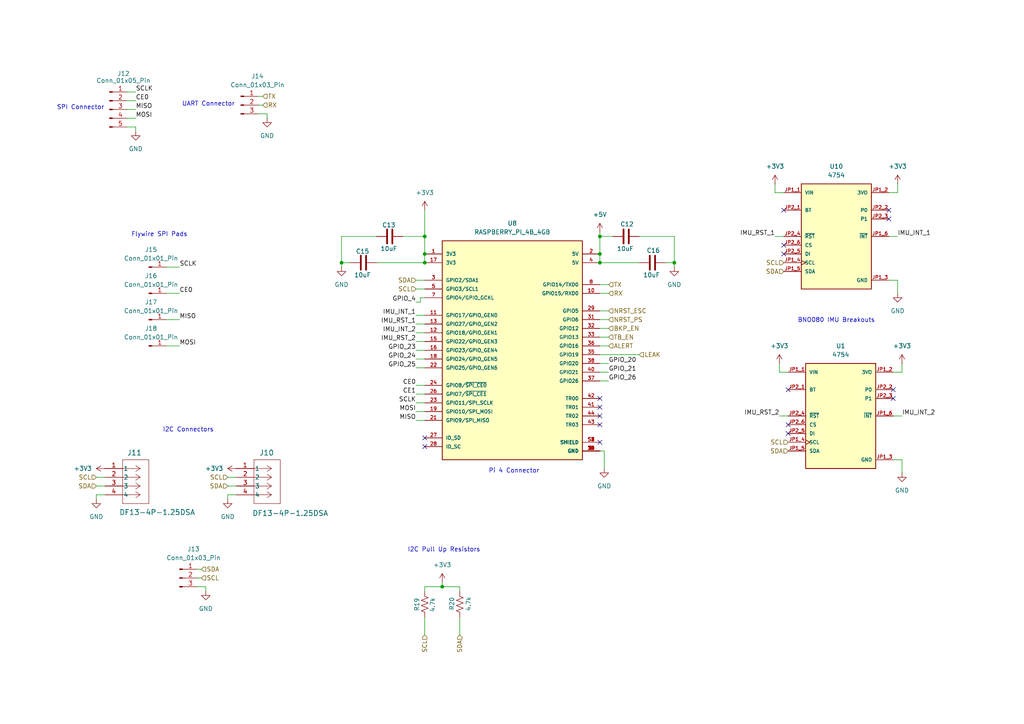
<source format=kicad_sch>
(kicad_sch (version 20231120) (generator "eeschema") (generator_version "8.0")
  (paper "A4")
  (lib_symbols
    (symbol "4754:4754" (pin_names (offset 1.016))
      (property "Reference" "U" (at -10.16 16.002 0))
      (property "Value" "4754" (at -10.16 -17.78 0))
      (symbol "4754_0_0"
        (rectangle (start -10.16 -15.24) (end 10.16 15.24) (stroke (width 0.254)) (fill (type background)))
        (pin input line (at -15.24 12.7 0) (length 5.08) (name "VIN") (number "JP1_1"))
        (pin output line (at 15.24 12.7 180) (length 5.08) (name "3VO") (number "JP1_2"))
        (pin power_in line (at 15.24 -12.7 180) (length 5.08) (name "GND") (number "JP1_3"))
        (pin bidirectional clock (at -15.24 -7.62 0) (length 5.08) (name "SCL") (number "JP1_4"))
        (pin bidirectional line (at -15.24 -10.16 0) (length 5.08) (name "SDA") (number "JP1_5"))
        (pin output line (at 15.24 0 180) (length 5.08) (name "~{INT}") (number "JP1_6"))
        (pin input line (at -15.24 7.62 0) (length 5.08) (name "BT") (number "JP2_1"))
        (pin bidirectional line (at 15.24 7.62 180) (length 5.08) (name "P0") (number "JP2_2"))
        (pin bidirectional line (at 15.24 5.08 180) (length 5.08) (name "P1") (number "JP2_3"))
        (pin input line (at -15.24 0 0) (length 5.08) (name "~{RST}") (number "JP2_4"))
        (pin input line (at -15.24 -5.08 0) (length 5.08) (name "DI") (number "JP2_5"))
        (pin input line (at -15.24 -2.54 0) (length 5.08) (name "CS") (number "JP2_6"))
      )
    )
    (symbol "Connector:Conn_01x01_Pin" (pin_names (offset 1.016) hide)
      (property "Reference" "J" (at 0 2.54 0))
      (property "Value" "Conn_01x01_Pin" (at 0 -2.54 0))
      (symbol "Conn_01x01_Pin_1_1"
        (polyline (pts (xy 1.27 0) (xy 0.8636 0)) (stroke (width 0.1524)))
        (rectangle (start 0.8636 0.127) (end 0 -0.127) (stroke (width 0.1524)) (fill (type outline)))
        (pin passive line (at 5.08 0 180) (length 3.81) (name "Pin_1") (number "1"))
      )
    )
    (symbol "Connector:Conn_01x03_Pin" (pin_names (offset 1.016) hide)
      (property "Reference" "J" (at 0 5.08 0))
      (property "Value" "Conn_01x03_Pin" (at 0 -5.08 0))
      (symbol "Conn_01x03_Pin_1_1"
        (polyline (pts (xy 1.27 -2.54) (xy 0.8636 -2.54)) (stroke (width 0.1524)))
        (polyline (pts (xy 1.27 0) (xy 0.8636 0)) (stroke (width 0.1524)))
        (polyline (pts (xy 1.27 2.54) (xy 0.8636 2.54)) (stroke (width 0.1524)))
        (rectangle (start 0.8636 -2.413) (end 0 -2.667) (stroke (width 0.1524)) (fill (type outline)))
        (rectangle (start 0.8636 0.127) (end 0 -0.127) (stroke (width 0.1524)) (fill (type outline)))
        (rectangle (start 0.8636 2.667) (end 0 2.413) (stroke (width 0.1524)) (fill (type outline)))
        (pin passive line (at 5.08 2.54 180) (length 3.81) (name "Pin_1") (number "1"))
        (pin passive line (at 5.08 0 180) (length 3.81) (name "Pin_2") (number "2"))
        (pin passive line (at 5.08 -2.54 180) (length 3.81) (name "Pin_3") (number "3"))
      )
    )
    (symbol "Connector:Conn_01x05_Pin" (pin_names (offset 1.016) hide)
      (property "Reference" "J" (at 0 7.62 0))
      (property "Value" "Conn_01x05_Pin" (at 0 -7.62 0))
      (symbol "Conn_01x05_Pin_1_1"
        (polyline (pts (xy 1.27 -5.08) (xy 0.8636 -5.08)) (stroke (width 0.1524)))
        (polyline (pts (xy 1.27 -2.54) (xy 0.8636 -2.54)) (stroke (width 0.1524)))
        (polyline (pts (xy 1.27 0) (xy 0.8636 0)) (stroke (width 0.1524)))
        (polyline (pts (xy 1.27 2.54) (xy 0.8636 2.54)) (stroke (width 0.1524)))
        (polyline (pts (xy 1.27 5.08) (xy 0.8636 5.08)) (stroke (width 0.1524)))
        (rectangle (start 0.8636 -4.953) (end 0 -5.207) (stroke (width 0.1524)) (fill (type outline)))
        (rectangle (start 0.8636 -2.413) (end 0 -2.667) (stroke (width 0.1524)) (fill (type outline)))
        (rectangle (start 0.8636 0.127) (end 0 -0.127) (stroke (width 0.1524)) (fill (type outline)))
        (rectangle (start 0.8636 2.667) (end 0 2.413) (stroke (width 0.1524)) (fill (type outline)))
        (rectangle (start 0.8636 5.207) (end 0 4.953) (stroke (width 0.1524)) (fill (type outline)))
        (pin passive line (at 5.08 5.08 180) (length 3.81) (name "Pin_1") (number "1"))
        (pin passive line (at 5.08 2.54 180) (length 3.81) (name "Pin_2") (number "2"))
        (pin passive line (at 5.08 0 180) (length 3.81) (name "Pin_3") (number "3"))
        (pin passive line (at 5.08 -2.54 180) (length 3.81) (name "Pin_4") (number "4"))
        (pin passive line (at 5.08 -5.08 180) (length 3.81) (name "Pin_5") (number "5"))
      )
    )
    (symbol "DF13_4P_1_25DSA:DF13-4P-1.25DSA" (pin_names (offset 0.254))
      (property "Reference" "J" (at 8.89 6.35 0))
      (property "Value" "DF13-4P-1.25DSA" (at 0 0 0))
      (symbol "DF13-4P-1.25DSA_0_1"
        (polyline (pts (xy 5.08 -10.16) (xy 12.7 -10.16)) (stroke (width 0.127)))
        (polyline (pts (xy 5.08 2.54) (xy 5.08 -10.16)) (stroke (width 0.127)))
        (polyline (pts (xy 10.16 -7.62) (xy 5.08 -7.62)) (stroke (width 0.127)))
        (polyline (pts (xy 10.16 -7.62) (xy 8.89 -8.4667)) (stroke (width 0.127)))
        (polyline (pts (xy 10.16 -7.62) (xy 8.89 -6.7733)) (stroke (width 0.127)))
        (polyline (pts (xy 10.16 -5.08) (xy 5.08 -5.08)) (stroke (width 0.127)))
        (polyline (pts (xy 10.16 -5.08) (xy 8.89 -5.9267)) (stroke (width 0.127)))
        (polyline (pts (xy 10.16 -5.08) (xy 8.89 -4.2333)) (stroke (width 0.127)))
        (polyline (pts (xy 10.16 -2.54) (xy 5.08 -2.54)) (stroke (width 0.127)))
        (polyline (pts (xy 10.16 -2.54) (xy 8.89 -3.3867)) (stroke (width 0.127)))
        (polyline (pts (xy 10.16 -2.54) (xy 8.89 -1.6933)) (stroke (width 0.127)))
        (polyline (pts (xy 10.16 0) (xy 5.08 0)) (stroke (width 0.127)))
        (polyline (pts (xy 10.16 0) (xy 8.89 -0.8467)) (stroke (width 0.127)))
        (polyline (pts (xy 10.16 0) (xy 8.89 0.8467)) (stroke (width 0.127)))
        (polyline (pts (xy 12.7 -10.16) (xy 12.7 2.54)) (stroke (width 0.127)))
        (polyline (pts (xy 12.7 2.54) (xy 5.08 2.54)) (stroke (width 0.127)))
        (pin unspecified line (at 0 0 0) (length 5.08) (name "1") (number "1"))
        (pin unspecified line (at 0 -2.54 0) (length 5.08) (name "2") (number "2"))
        (pin unspecified line (at 0 -5.08 0) (length 5.08) (name "3") (number "3"))
        (pin unspecified line (at 0 -7.62 0) (length 5.08) (name "4") (number "4"))
      )
    )
    (symbol "Device:C" (pin_numbers hide) (pin_names (offset 0.254))
      (property "Reference" "C" (at 0.635 2.54 0))
      (property "Value" "C" (at 0.635 -2.54 0))
      (symbol "C_0_1"
        (polyline (pts (xy -2.032 -0.762) (xy 2.032 -0.762)) (stroke (width 0.508)))
        (polyline (pts (xy -2.032 0.762) (xy 2.032 0.762)) (stroke (width 0.508)))
      )
      (symbol "C_1_1"
        (pin passive line (at 0 3.81 270) (length 2.794) (name "~") (number "1"))
        (pin passive line (at 0 -3.81 90) (length 2.794) (name "~") (number "2"))
      )
    )
    (symbol "Device:R_US" (pin_numbers hide) (pin_names (offset 0))
      (property "Reference" "R" (at 2.54 0 90))
      (property "Value" "R_US" (at -2.54 0 90))
      (symbol "R_US_0_1"
        (polyline (pts (xy 0 -2.286) (xy 0 -2.54)))
        (polyline (pts (xy 0 2.286) (xy 0 2.54)))
        (polyline (pts (xy 0 -0.762) (xy 1.016 -1.143) (xy 0 -1.524) (xy -1.016 -1.905) (xy 0 -2.286)))
        (polyline (pts (xy 0 0.762) (xy 1.016 0.381) (xy 0 0) (xy -1.016 -0.381) (xy 0 -0.762)))
        (polyline (pts (xy 0 2.286) (xy 1.016 1.905) (xy 0 1.524) (xy -1.016 1.143) (xy 0 0.762)))
      )
      (symbol "R_US_1_1"
        (pin passive line (at 0 3.81 270) (length 1.27) (name "~") (number "1"))
        (pin passive line (at 0 -3.81 90) (length 1.27) (name "~") (number "2"))
      )
    )
    (symbol "RASPBERRY_PI_4B_4GB:RASPBERRY_PI_4B_4GB" (pin_names (offset 1.016))
      (property "Reference" "U" (at -20.32 33.528 0))
      (property "Value" "RASPBERRY_PI_4B_4GB" (at -20.32 -33.02 0))
      (symbol "RASPBERRY_PI_4B_4GB_0_0"
        (rectangle (start -20.32 33.02) (end 20.32 -30.48) (stroke (width 0.254)) (fill (type background)))
        (pin power_in line (at -25.4 29.21 0) (length 5.08) (name "3V3") (number "1"))
        (pin bidirectional line (at 25.4 17.78 180) (length 5.08) (name "GPIO15/RXD0") (number "10"))
        (pin bidirectional line (at -25.4 11.43 0) (length 5.08) (name "GPIO17/GPIO_GEN0") (number "11"))
        (pin bidirectional line (at -25.4 6.35 0) (length 5.08) (name "GPIO18/GPIO_GEN1") (number "12"))
        (pin bidirectional line (at -25.4 8.89 0) (length 5.08) (name "GPIO27/GPIO_GEN2") (number "13"))
        (pin power_in line (at 25.4 -27.94 180) (length 5.08) (name "GND") (number "14"))
        (pin bidirectional line (at -25.4 3.81 0) (length 5.08) (name "GPIO22/GPIO_GEN3") (number "15"))
        (pin bidirectional line (at -25.4 1.27 0) (length 5.08) (name "GPIO23/GPIO_GEN4") (number "16"))
        (pin power_in line (at -25.4 26.67 0) (length 5.08) (name "3V3") (number "17"))
        (pin bidirectional line (at -25.4 -1.27 0) (length 5.08) (name "GPIO24/GPIO_GEN5") (number "18"))
        (pin bidirectional line (at -25.4 -16.51 0) (length 5.08) (name "GPIO10/SPI_MOSI") (number "19"))
        (pin power_in line (at 25.4 29.21 180) (length 5.08) (name "5V") (number "2"))
        (pin power_in line (at 25.4 -27.94 180) (length 5.08) (name "GND") (number "20"))
        (pin bidirectional line (at -25.4 -19.05 0) (length 5.08) (name "GPIO9/SPI_MISO") (number "21"))
        (pin bidirectional line (at -25.4 -3.81 0) (length 5.08) (name "GPIO25/GPIO_GEN6") (number "22"))
        (pin bidirectional line (at -25.4 -13.97 0) (length 5.08) (name "GPIO11/SPI_SCLK") (number "23"))
        (pin bidirectional line (at -25.4 -8.89 0) (length 5.08) (name "GPIO8/~{SPI_CE0}") (number "24"))
        (pin power_in line (at 25.4 -27.94 180) (length 5.08) (name "GND") (number "25"))
        (pin bidirectional line (at -25.4 -11.43 0) (length 5.08) (name "GPIO7/~{SPI_CE1}") (number "26"))
        (pin bidirectional line (at -25.4 -24.13 0) (length 5.08) (name "ID_SD") (number "27"))
        (pin bidirectional line (at -25.4 -26.67 0) (length 5.08) (name "ID_SC") (number "28"))
        (pin bidirectional line (at 25.4 12.7 180) (length 5.08) (name "GPIO5") (number "29"))
        (pin bidirectional line (at -25.4 21.59 0) (length 5.08) (name "GPIO2/SDA1") (number "3"))
        (pin power_in line (at 25.4 -27.94 180) (length 5.08) (name "GND") (number "30"))
        (pin bidirectional line (at 25.4 10.16 180) (length 5.08) (name "GPIO6") (number "31"))
        (pin bidirectional line (at 25.4 7.62 180) (length 5.08) (name "GPIO12") (number "32"))
        (pin bidirectional line (at 25.4 5.08 180) (length 5.08) (name "GPIO13") (number "33"))
        (pin power_in line (at 25.4 -27.94 180) (length 5.08) (name "GND") (number "34"))
        (pin bidirectional line (at 25.4 0 180) (length 5.08) (name "GPIO19") (number "35"))
        (pin bidirectional line (at 25.4 2.54 180) (length 5.08) (name "GPIO16") (number "36"))
        (pin bidirectional line (at 25.4 -7.62 180) (length 5.08) (name "GPIO26") (number "37"))
        (pin bidirectional line (at 25.4 -2.54 180) (length 5.08) (name "GPIO20") (number "38"))
        (pin power_in line (at 25.4 -27.94 180) (length 5.08) (name "GND") (number "39"))
        (pin power_in line (at 25.4 26.67 180) (length 5.08) (name "5V") (number "4"))
        (pin bidirectional line (at 25.4 -5.08 180) (length 5.08) (name "GPIO21") (number "40"))
        (pin bidirectional line (at 25.4 -15.24 180) (length 5.08) (name "TR01") (number "41"))
        (pin bidirectional line (at 25.4 -12.7 180) (length 5.08) (name "TR00") (number "42"))
        (pin bidirectional line (at 25.4 -20.32 180) (length 5.08) (name "TR03") (number "43"))
        (pin bidirectional line (at 25.4 -17.78 180) (length 5.08) (name "TR02") (number "44"))
        (pin bidirectional line (at -25.4 19.05 0) (length 5.08) (name "GPIO3/SCL1") (number "5"))
        (pin power_in line (at 25.4 -27.94 180) (length 5.08) (name "GND") (number "6"))
        (pin bidirectional line (at -25.4 16.51 0) (length 5.08) (name "GPIO4/GPIO_GCKL") (number "7"))
        (pin bidirectional line (at 25.4 20.32 180) (length 5.08) (name "GPIO14/TXD0") (number "8"))
        (pin power_in line (at 25.4 -27.94 180) (length 5.08) (name "GND") (number "9"))
        (pin power_in line (at 25.4 -25.4 180) (length 5.08) (name "SHIELD") (number "S1"))
        (pin power_in line (at 25.4 -25.4 180) (length 5.08) (name "SHIELD") (number "S2"))
        (pin power_in line (at 25.4 -25.4 180) (length 5.08) (name "SHIELD") (number "S3"))
        (pin power_in line (at 25.4 -25.4 180) (length 5.08) (name "SHIELD") (number "S4"))
      )
    )
    (symbol "power:+3V3" (power) (pin_numbers hide) (pin_names (offset 0) hide)
      (property "Value" "+3V3" (at 0 3.556 0))
      (symbol "+3V3_0_1"
        (polyline (pts (xy -0.762 1.27) (xy 0 2.54)))
        (polyline (pts (xy 0 0) (xy 0 2.54)))
        (polyline (pts (xy 0 2.54) (xy 0.762 1.27)))
      )
      (symbol "+3V3_1_1"
        (pin power_in line (at 0 0 90) (length 0) (name "~") (number "1"))
      )
    )
    (symbol "power:+5V" (power) (pin_numbers hide) (pin_names (offset 0) hide)
      (property "Value" "+5V" (at 0 3.556 0))
      (symbol "+5V_0_1"
        (polyline (pts (xy -0.762 1.27) (xy 0 2.54)))
        (polyline (pts (xy 0 0) (xy 0 2.54)))
        (polyline (pts (xy 0 2.54) (xy 0.762 1.27)))
      )
      (symbol "+5V_1_1"
        (pin power_in line (at 0 0 90) (length 0) (name "~") (number "1"))
      )
    )
    (symbol "power:GND" (power) (pin_numbers hide) (pin_names (offset 0) hide)
      (property "Value" "GND" (at 0 -3.81 0))
      (symbol "GND_0_1"
        (polyline (pts (xy 0 0) (xy 0 -1.27) (xy 1.27 -1.27) (xy 0 -2.54) (xy -1.27 -1.27) (xy 0 -1.27)))
      )
      (symbol "GND_1_1"
        (pin power_in line (at 0 0 270) (length 0) (name "~") (number "1"))
      )
    )
  )
  (junction (at 128.27 170.18))
  (junction (at 123.19 73.66))
  (junction (at 173.99 73.66))
  (junction (at 173.99 68.58))
  (junction (at 123.19 68.58))
  (junction (at 99.06 76.2))
  (junction (at 195.58 76.2))
  (junction (at 123.19 76.2))
  (junction (at 173.99 76.2))
  (no_connect (at 173.99 120.65))
  (no_connect (at 173.99 123.19))
  (no_connect (at 257.81 63.5))
  (no_connect (at 173.99 128.27))
  (no_connect (at 227.33 73.66))
  (no_connect (at 173.99 118.11))
  (no_connect (at 123.19 129.54))
  (no_connect (at 228.6 123.19))
  (no_connect (at 259.08 113.03))
  (no_connect (at 173.99 115.57))
  (no_connect (at 227.33 71.12))
  (no_connect (at 123.19 127))
  (no_connect (at 228.6 113.03))
  (no_connect (at 257.81 60.96))
  (no_connect (at 227.33 60.96))
  (no_connect (at 228.6 125.73))
  (no_connect (at 259.08 115.57))
  (wire (pts (xy 185.42 68.58) (xy 195.58 68.58)))
  (wire (pts (xy 120.65 101.6) (xy 123.19 101.6)))
  (wire (pts (xy 27.94 140.97) (xy 30.48 140.97)))
  (wire (pts (xy 133.35 170.18) (xy 133.35 171.45)))
  (wire (pts (xy 173.99 95.25) (xy 176.53 95.25)))
  (wire (pts (xy 260.35 81.28) (xy 260.35 85.09)))
  (wire (pts (xy 185.42 102.87) (xy 173.99 102.87)))
  (wire (pts (xy 261.62 107.95) (xy 259.08 107.95)))
  (wire (pts (xy 109.22 76.2) (xy 123.19 76.2)))
  (wire (pts (xy 121.92 87.63) (xy 121.92 86.36)))
  (wire (pts (xy 116.84 68.58) (xy 123.19 68.58)))
  (wire (pts (xy 176.53 107.95) (xy 173.99 107.95)))
  (wire (pts (xy 120.65 114.3) (xy 123.19 114.3)))
  (wire (pts (xy 133.35 179.07) (xy 133.35 184.15)))
  (wire (pts (xy 173.99 97.79) (xy 176.53 97.79)))
  (wire (pts (xy 36.83 31.75) (xy 39.37 31.75)))
  (wire (pts (xy 128.27 168.91) (xy 128.27 170.18)))
  (wire (pts (xy 261.62 133.35) (xy 261.62 137.16)))
  (wire (pts (xy 257.81 68.58) (xy 260.35 68.58)))
  (wire (pts (xy 173.99 67.31) (xy 173.99 68.58)))
  (wire (pts (xy 176.53 110.49) (xy 173.99 110.49)))
  (wire (pts (xy 176.53 82.55) (xy 173.99 82.55)))
  (wire (pts (xy 99.06 68.58) (xy 109.22 68.58)))
  (wire (pts (xy 120.65 91.44) (xy 123.19 91.44)))
  (wire (pts (xy 120.65 121.92) (xy 123.19 121.92)))
  (wire (pts (xy 123.19 170.18) (xy 128.27 170.18)))
  (wire (pts (xy 224.79 68.58) (xy 227.33 68.58)))
  (wire (pts (xy 226.06 107.95) (xy 228.6 107.95)))
  (wire (pts (xy 123.19 170.18) (xy 123.19 171.45)))
  (wire (pts (xy 120.65 111.76) (xy 123.19 111.76)))
  (wire (pts (xy 74.93 27.94) (xy 76.2 27.94)))
  (wire (pts (xy 48.26 92.71) (xy 52.07 92.71)))
  (wire (pts (xy 120.65 99.06) (xy 123.19 99.06)))
  (wire (pts (xy 120.65 119.38) (xy 123.19 119.38)))
  (wire (pts (xy 173.99 85.09) (xy 176.53 85.09)))
  (wire (pts (xy 120.65 96.52) (xy 123.19 96.52)))
  (wire (pts (xy 59.69 170.18) (xy 59.69 171.45)))
  (wire (pts (xy 193.04 76.2) (xy 195.58 76.2)))
  (wire (pts (xy 226.06 120.65) (xy 228.6 120.65)))
  (wire (pts (xy 123.19 68.58) (xy 123.19 73.66)))
  (wire (pts (xy 257.81 81.28) (xy 260.35 81.28)))
  (wire (pts (xy 58.42 165.1) (xy 57.15 165.1)))
  (wire (pts (xy 120.65 93.98) (xy 123.19 93.98)))
  (wire (pts (xy 101.6 76.2) (xy 99.06 76.2)))
  (wire (pts (xy 123.19 60.96) (xy 123.19 68.58)))
  (wire (pts (xy 66.04 143.51) (xy 68.58 143.51)))
  (wire (pts (xy 259.08 120.65) (xy 261.62 120.65)))
  (wire (pts (xy 195.58 76.2) (xy 195.58 77.47)))
  (wire (pts (xy 99.06 68.58) (xy 99.06 76.2)))
  (wire (pts (xy 173.99 73.66) (xy 173.99 76.2)))
  (wire (pts (xy 27.94 143.51) (xy 30.48 143.51)))
  (wire (pts (xy 173.99 92.71) (xy 176.53 92.71)))
  (wire (pts (xy 175.26 130.81) (xy 175.26 135.89)))
  (wire (pts (xy 176.53 100.33) (xy 173.99 100.33)))
  (wire (pts (xy 121.92 86.36) (xy 123.19 86.36)))
  (wire (pts (xy 224.79 53.34) (xy 224.79 55.88)))
  (wire (pts (xy 260.35 53.34) (xy 260.35 55.88)))
  (wire (pts (xy 123.19 73.66) (xy 123.19 76.2)))
  (wire (pts (xy 99.06 76.2) (xy 99.06 77.47)))
  (wire (pts (xy 48.26 85.09) (xy 52.07 85.09)))
  (wire (pts (xy 66.04 140.97) (xy 68.58 140.97)))
  (wire (pts (xy 259.08 133.35) (xy 261.62 133.35)))
  (wire (pts (xy 36.83 29.21) (xy 39.37 29.21)))
  (wire (pts (xy 128.27 170.18) (xy 133.35 170.18)))
  (wire (pts (xy 260.35 55.88) (xy 257.81 55.88)))
  (wire (pts (xy 48.26 100.33) (xy 52.07 100.33)))
  (wire (pts (xy 48.26 77.47) (xy 52.07 77.47)))
  (wire (pts (xy 57.15 170.18) (xy 59.69 170.18)))
  (wire (pts (xy 195.58 68.58) (xy 195.58 76.2)))
  (wire (pts (xy 261.62 105.41) (xy 261.62 107.95)))
  (wire (pts (xy 173.99 130.81) (xy 175.26 130.81)))
  (wire (pts (xy 120.65 104.14) (xy 123.19 104.14)))
  (wire (pts (xy 74.93 33.02) (xy 77.47 33.02)))
  (wire (pts (xy 224.79 55.88) (xy 227.33 55.88)))
  (wire (pts (xy 173.99 90.17) (xy 176.53 90.17)))
  (wire (pts (xy 176.53 105.41) (xy 173.99 105.41)))
  (wire (pts (xy 27.94 138.43) (xy 30.48 138.43)))
  (wire (pts (xy 173.99 68.58) (xy 177.8 68.58)))
  (wire (pts (xy 173.99 76.2) (xy 185.42 76.2)))
  (wire (pts (xy 226.06 105.41) (xy 226.06 107.95)))
  (wire (pts (xy 74.93 30.48) (xy 76.2 30.48)))
  (wire (pts (xy 120.65 87.63) (xy 121.92 87.63)))
  (wire (pts (xy 120.65 106.68) (xy 123.19 106.68)))
  (wire (pts (xy 120.65 116.84) (xy 123.19 116.84)))
  (wire (pts (xy 36.83 26.67) (xy 39.37 26.67)))
  (wire (pts (xy 66.04 138.43) (xy 68.58 138.43)))
  (wire (pts (xy 120.65 81.28) (xy 123.19 81.28)))
  (wire (pts (xy 66.04 143.51) (xy 66.04 144.78)))
  (wire (pts (xy 123.19 179.07) (xy 123.19 184.15)))
  (wire (pts (xy 58.42 167.64) (xy 57.15 167.64)))
  (wire (pts (xy 120.65 83.82) (xy 123.19 83.82)))
  (wire (pts (xy 39.37 36.83) (xy 39.37 38.1)))
  (wire (pts (xy 36.83 36.83) (xy 39.37 36.83)))
  (wire (pts (xy 36.83 34.29) (xy 39.37 34.29)))
  (wire (pts (xy 173.99 68.58) (xy 173.99 73.66)))
  (wire (pts (xy 27.94 143.51) (xy 27.94 144.78)))
  (wire (pts (xy 77.47 33.02) (xy 77.47 34.29)))
  (text "BNO080 IMU Breakouts\n" (at 242.57 92.964 0) (effects (font (size 1.27 1.27))))
  (text "I2C Connectors" (at 54.61 124.714 0) (effects (font (size 1.27 1.27))))
  (text "SPI Connector" (at 23.368 31.242 0) (effects (font (size 1.27 1.27))))
  (text "I2C Pull Up Resistors" (at 128.778 159.512 0) (effects (font (size 1.27 1.27))))
  (text "Flywire SPI Pads" (at 46.228 68.072 0) (effects (font (size 1.27 1.27))))
  (text "UART Connector" (at 60.452 30.226 0) (effects (font (size 1.27 1.27))))
  (text "Pi 4 Connector" (at 149.098 136.652 0) (effects (font (size 1.27 1.27))))
  (label "IMU_INT_2" (at 261.62 120.65 0))
  (label "SCLK" (at 120.65 116.84 180))
  (label "IMU_INT_1" (at 120.65 91.44 180))
  (label "GPIO_23" (at 120.65 101.6 180))
  (label "IMU_INT_1" (at 260.35 68.58 0))
  (label "GPIO_21" (at 176.53 107.95 0))
  (label "MISO" (at 120.65 121.92 180))
  (label "GPIO_24" (at 120.65 104.14 180))
  (label "GPIO_4" (at 120.65 87.63 180))
  (label "MISO" (at 52.07 92.71 0))
  (label "CE0" (at 120.65 111.76 180))
  (label "SCLK" (at 39.37 26.67 0))
  (label "CE1" (at 120.65 114.3 180))
  (label "IMU_RST_1" (at 224.79 68.58 180))
  (label "IMU_INT_2" (at 120.65 96.52 180))
  (label "IMU_RST_2" (at 120.65 99.06 180))
  (label "GPIO_26" (at 176.53 110.49 0))
  (label "SCLK" (at 52.07 77.47 0))
  (label "GPIO_20" (at 176.53 105.41 0))
  (label "CE0" (at 52.07 85.09 0))
  (label "MISO" (at 39.37 31.75 0))
  (label "CE0" (at 39.37 29.21 0))
  (label "GPIO_25" (at 120.65 106.68 180))
  (label "MOSI" (at 120.65 119.38 180))
  (label "IMU_RST_1" (at 120.65 93.98 180))
  (label "MOSI" (at 52.07 100.33 0))
  (label "IMU_RST_2" (at 226.06 120.65 180))
  (label "MOSI" (at 39.37 34.29 0))
  (hierarchical_label "SDA" (shape input) (at 227.33 78.74 180))
  (hierarchical_label "SCL" (shape input) (at 120.65 83.82 180))
  (hierarchical_label "BKP_EN" (shape input) (at 176.53 95.25 0))
  (hierarchical_label "SCL" (shape input) (at 66.04 138.43 180))
  (hierarchical_label "SCL" (shape input) (at 27.94 138.43 180))
  (hierarchical_label "RX" (shape input) (at 76.2 30.48 0))
  (hierarchical_label "ALERT" (shape input) (at 176.53 100.33 0))
  (hierarchical_label "SCL" (shape input) (at 227.33 76.2 180))
  (hierarchical_label "SCL" (shape input) (at 58.42 167.64 0))
  (hierarchical_label "SDA" (shape input) (at 27.94 140.97 180))
  (hierarchical_label "LEAK" (shape input) (at 185.42 102.87 0))
  (hierarchical_label "SCL" (shape input) (at 123.19 184.15 270))
  (hierarchical_label "TX" (shape input) (at 176.53 82.55 0))
  (hierarchical_label "TX" (shape input) (at 76.2 27.94 0))
  (hierarchical_label "NRST_PS" (shape input) (at 176.53 92.71 0))
  (hierarchical_label "SDA" (shape input) (at 133.35 184.15 270))
  (hierarchical_label "NRST_ESC" (shape input) (at 176.53 90.17 0))
  (hierarchical_label "SDA" (shape input) (at 58.42 165.1 0))
  (hierarchical_label "SDA" (shape input) (at 120.65 81.28 180))
  (hierarchical_label "SDA" (shape input) (at 228.6 130.81 180))
  (hierarchical_label "SDA" (shape input) (at 66.04 140.97 180))
  (hierarchical_label "RX" (shape input) (at 176.53 85.09 0))
  (hierarchical_label "TB_EN" (shape input) (at 176.53 97.79 0))
  (hierarchical_label "SCL" (shape input) (at 228.6 128.27 180))
  (symbol (lib_id "power:GND") (at 175.26 135.89 0) (unit 1)
    (property "Reference" "#PWR013" (effects (hide yes)))
    (property "Value" "GND" (at 175.26 140.97 0))
    (property "Description" "Power symbol creates a global label with name \"GND\" , ground" (effects (hide yes)))
  )
  (symbol (lib_id "power:GND") (at 77.47 34.29 0) (unit 1)
    (property "Reference" "#PWR035" (effects (hide yes)))
    (property "Value" "GND" (at 77.47 39.37 0))
    (property "Description" "Power symbol creates a global label with name \"GND\" , ground" (effects (hide yes)))
  )
  (symbol (lib_id "DF13_4P_1_25DSA:DF13-4P-1.25DSA") (at 68.58 135.89 0) (unit 1)
    (property "Reference" "J10" (at 75.184 131.318 0) (effects (font (size 1.524 1.524)) (justify left)))
    (property "Value" "DF13-4P-1.25DSA" (at 73.152 148.844 0) (effects (font (size 1.524 1.524)) (justify left)))
    (property "Footprint" "CON4_1X4_U_DF13" (effects (hide yes)))
    (property "Datasheet" "DF13-4P-1.25DSA" (effects (hide yes)))
  )
  (symbol (lib_id "Device:C") (at 181.61 68.58 270) (mirror x) (unit 1)
    (property "Reference" "C12" (at 181.864 65.024 90))
    (property "Value" "10uF" (at 181.356 72.136 90))
    (property "Description" "Unpolarized capacitor" (effects (hide yes)))
  )
  (symbol (lib_id "Device:R_US") (at 133.35 175.26 0) (unit 1)
    (property "Reference" "R20" (at 131.064 177.038 90) (effects (justify left)))
    (property "Value" "4.7k" (at 135.89 177.292 90) (effects (justify left)))
    (property "Description" "Resistor, US symbol" (effects (hide yes)))
  )
  (symbol (lib_id "Connector:Conn_01x03_Pin") (at 69.85 30.48 0) (unit 1)
    (property "Reference" "J14" (at 74.676 22.098 0))
    (property "Value" "Conn_01x03_Pin" (at 74.676 24.638 0))
    (property "Description" "Generic connector, single row, 01x03, script generated" (effects (hide yes)))
  )
  (symbol (lib_id "Connector:Conn_01x01_Pin") (at 43.18 92.71 0) (unit 1)
    (property "Reference" "J17" (at 43.815 87.63 0))
    (property "Value" "Conn_01x01_Pin" (at 43.815 90.17 0))
    (property "Description" "Generic connector, single row, 01x01, script generated" (effects (hide yes)))
  )
  (symbol (lib_id "power:+3V3") (at 224.79 53.34 0) (unit 1)
    (property "Reference" "#PWR031" (effects (hide yes)))
    (property "Value" "+3V3" (at 224.79 48.26 0))
    (property "Description" "Power symbol creates a global label with name \"+3V3\"" (effects (hide yes)))
  )
  (symbol (lib_id "Device:C") (at 189.23 76.2 270) (mirror x) (unit 1)
    (property "Reference" "C16" (at 189.484 72.644 90))
    (property "Value" "10uF" (at 188.976 79.756 90))
    (property "Description" "Unpolarized capacitor" (effects (hide yes)))
  )
  (symbol (lib_id "power:+3V3") (at 68.58 135.89 90) (unit 1)
    (property "Reference" "#PWR023" (effects (hide yes)))
    (property "Value" "+3V3" (at 64.77 135.8899 90) (effects (justify left)))
    (property "Description" "Power symbol creates a global label with name \"+3V3\"" (effects (hide yes)))
  )
  (symbol (lib_id "power:+3V3") (at 30.48 135.89 90) (unit 1)
    (property "Reference" "#PWR029" (effects (hide yes)))
    (property "Value" "+3V3" (at 26.67 135.8899 90) (effects (justify left)))
    (property "Description" "Power symbol creates a global label with name \"+3V3\"" (effects (hide yes)))
  )
  (symbol (lib_id "Device:C") (at 113.03 68.58 270) (mirror x) (unit 1)
    (property "Reference" "C13" (at 112.776 65.278 90))
    (property "Value" "10uF" (at 112.776 72.136 90))
    (property "Description" "Unpolarized capacitor" (effects (hide yes)))
  )
  (symbol (lib_id "power:GND") (at 27.94 144.78 0) (unit 1)
    (property "Reference" "#PWR028" (effects (hide yes)))
    (property "Value" "GND" (at 27.94 149.86 0))
    (property "Description" "Power symbol creates a global label with name \"GND\" , ground" (effects (hide yes)))
  )
  (symbol (lib_id "Connector:Conn_01x01_Pin") (at 43.18 85.09 0) (unit 1)
    (property "Reference" "J16" (at 43.815 80.01 0))
    (property "Value" "Conn_01x01_Pin" (at 43.815 82.55 0))
    (property "Description" "Generic connector, single row, 01x01, script generated" (effects (hide yes)))
  )
  (symbol (lib_id "power:+3V3") (at 260.35 53.34 0) (unit 1)
    (property "Reference" "#PWR032" (effects (hide yes)))
    (property "Value" "+3V3" (at 260.35 48.26 0))
    (property "Description" "Power symbol creates a global label with name \"+3V3\"" (effects (hide yes)))
  )
  (symbol (lib_id "Connector:Conn_01x01_Pin") (at 43.18 100.33 0) (unit 1)
    (property "Reference" "J18" (at 43.815 95.25 0))
    (property "Value" "Conn_01x01_Pin" (at 43.815 97.79 0))
    (property "Description" "Generic connector, single row, 01x01, script generated" (effects (hide yes)))
  )
  (symbol (lib_id "Connector:Conn_01x03_Pin") (at 52.07 167.64 0) (unit 1)
    (property "Reference" "J13" (at 56.134 159.258 0))
    (property "Value" "Conn_01x03_Pin" (at 56.134 161.798 0))
    (property "Description" "Generic connector, single row, 01x03, script generated" (effects (hide yes)))
  )
  (symbol (lib_id "power:+3V3") (at 261.62 105.41 0) (unit 1)
    (property "Reference" "#PWR044" (effects (hide yes)))
    (property "Value" "+3V3" (at 261.62 100.33 0))
    (property "Description" "Power symbol creates a global label with name \"+3V3\"" (effects (hide yes)))
  )
  (symbol (lib_id "power:GND") (at 39.37 38.1 0) (unit 1)
    (property "Reference" "#PWR030" (effects (hide yes)))
    (property "Value" "GND" (at 39.37 43.18 0))
    (property "Description" "Power symbol creates a global label with name \"GND\" , ground" (effects (hide yes)))
  )
  (symbol (lib_id "power:+3V3") (at 128.27 168.91 0) (unit 1)
    (property "Reference" "#PWR03" (effects (hide yes)))
    (property "Value" "+3V3" (at 128.27 163.83 0))
    (property "Description" "Power symbol creates a global label with name \"+3V3\"" (effects (hide yes)))
  )
  (symbol (lib_id "power:GND") (at 66.04 144.78 0) (unit 1)
    (property "Reference" "#PWR027" (effects (hide yes)))
    (property "Value" "GND" (at 66.04 149.86 0))
    (property "Description" "Power symbol creates a global label with name \"GND\" , ground" (effects (hide yes)))
  )
  (symbol (lib_id "Device:R_US") (at 123.19 175.26 0) (unit 1)
    (property "Reference" "R19" (at 120.904 177.292 90) (effects (justify left)))
    (property "Value" "4.7k" (at 125.476 177.546 90) (effects (justify left)))
    (property "Description" "Resistor, US symbol" (effects (hide yes)))
  )
  (symbol (lib_id "power:GND") (at 59.69 171.45 0) (unit 1)
    (property "Reference" "#PWR034" (effects (hide yes)))
    (property "Value" "GND" (at 59.69 176.53 0))
    (property "Description" "Power symbol creates a global label with name \"GND\" , ground" (effects (hide yes)))
  )
  (symbol (lib_id "power:GND") (at 260.35 85.09 0) (unit 1)
    (property "Reference" "#PWR033" (effects (hide yes)))
    (property "Value" "GND" (at 260.35 90.17 0))
    (property "Description" "Power symbol creates a global label with name \"GND\" , ground" (effects (hide yes)))
  )
  (symbol (lib_id "power:+3V3") (at 226.06 105.41 0) (unit 1)
    (property "Reference" "#PWR043" (effects (hide yes)))
    (property "Value" "+3V3" (at 226.06 100.33 0))
    (property "Description" "Power symbol creates a global label with name \"+3V3\"" (effects (hide yes)))
  )
  (symbol (lib_id "4754:4754") (at 243.84 120.65 0) (unit 1)
    (property "Reference" "U1" (at 243.84 100.33 0))
    (property "Value" "4754" (at 243.84 102.87 0))
    (property "Footprint" "4754:MODULE_4754" (effects (hide yes)))
    (property "MF" "Adafruit" (effects (hide yes)))
    (property "MAXIMUM_PACKAGE_HEIGHT" "4.6mm" (effects (hide yes)))
    (property "Package" "None" (effects (hide yes)))
    (property "Price" "None" (effects (hide yes)))
    (property "Check_prices" "https://www.snapeda.com/parts/4754/Adafruit+Industries/view-part/?ref=eda" (effects (hide yes)))
    (property "STANDARD" "Manufacturer Recommendations" (effects (hide yes)))
    (property "PARTREV" "2021-03-16" (effects (hide yes)))
    (property "SnapEDA_Link" "https://www.snapeda.com/parts/4754/Adafruit+Industries/view-part/?ref=snap" (effects (hide yes)))
    (property "MP" "4754" (effects (hide yes)))
    (property "Purchase-URL" "https://www.snapeda.com/api/url_track_click_mouser/?unipart_id=6342982&manufacturer=Adafruit&part_name=4754&search_term=None" (effects (hide yes)))
    (property "Description_1" "\nAdafruit 9-DOF Orientation IMU Fusion Breakout - BNO085 (BNO080) - STEMMA QT / Qwiic\n" (effects (hide yes)))
    (property "MANUFACTURER" "Adafruit" (effects (hide yes)))
    (property "Availability" "In Stock" (effects (hide yes)))
    (property "SNAPEDA_PN" "4754" (effects (hide yes)))
  )
  (symbol (lib_id "Connector:Conn_01x01_Pin") (at 43.18 77.47 0) (unit 1)
    (property "Reference" "J15" (at 43.815 72.39 0))
    (property "Value" "Conn_01x01_Pin" (at 43.815 74.93 0))
    (property "Description" "Generic connector, single row, 01x01, script generated" (effects (hide yes)))
  )
  (symbol (lib_id "Connector:Conn_01x05_Pin") (at 31.75 31.75 0) (unit 1)
    (property "Reference" "J12" (at 35.814 21.336 0))
    (property "Value" "Conn_01x05_Pin" (at 35.814 23.368 0))
    (property "Description" "Generic connector, single row, 01x05, script generated" (effects (hide yes)))
  )
  (symbol (lib_id "RASPBERRY_PI_4B_4GB:RASPBERRY_PI_4B_4GB") (at 148.59 102.87 0) (unit 1)
    (property "Reference" "U8" (at 148.59 64.77 0))
    (property "Value" "RASPBERRY_PI_4B_4GB" (at 148.59 67.31 0))
    (property "Footprint" "RASPBERRY_PI_4B_4GB:MODULE_RASPBERRY_PI_4B_4GB" (effects (hide yes)))
    (property "MF" "Raspberry Pi" (effects (hide yes)))
    (property "MAXIMUM_PACKAGE_HEIGHT" "16 mm" (effects (hide yes)))
    (property "Package" "None" (effects (hide yes)))
    (property "Price" "None" (effects (hide yes)))
    (property "Check_prices" "https://www.snapeda.com/parts/RASPBERRY%20PI%204B/4GB/Raspberry+Pi/view-part/?ref=eda" (effects (hide yes)))
    (property "STANDARD" "Manufacturer Recommendations" (effects (hide yes)))
    (property "PARTREV" "4" (effects (hide yes)))
    (property "SnapEDA_Link" "https://www.snapeda.com/parts/RASPBERRY%20PI%204B/4GB/Raspberry+Pi/view-part/?ref=snap" (effects (hide yes)))
    (property "MP" "RASPBERRY PI 4B/4GB" (effects (hide yes)))
    (property "Description_1" "\nBCM2711 Raspberry Pi 4 Model B 4GB - ARM® Cortex®-A72 MPU Embedded Evaluation Board\n" (effects (hide yes)))
    (property "MANUFACTURER" "Raspberry Pi" (effects (hide yes)))
    (property "Availability" "In Stock" (effects (hide yes)))
    (property "SNAPEDA_PN" "RASPBERRY PI 4B/4GB" (effects (hide yes)))
  )
  (symbol (lib_id "power:+3V3") (at 123.19 60.96 0) (unit 1)
    (property "Reference" "#PWR012" (effects (hide yes)))
    (property "Value" "+3V3" (at 123.19 55.88 0))
    (property "Description" "Power symbol creates a global label with name \"+3V3\"" (effects (hide yes)))
  )
  (symbol (lib_id "power:GND") (at 99.06 77.47 0) (mirror y) (unit 1)
    (property "Reference" "#PWR063" (effects (hide yes)))
    (property "Value" "GND" (at 99.06 82.55 0))
    (property "Description" "Power symbol creates a global label with name \"GND\" , ground" (effects (hide yes)))
  )
  (symbol (lib_id "4754:4754") (at 242.57 68.58 0) (unit 1)
    (property "Reference" "U10" (at 242.57 48.26 0))
    (property "Value" "4754" (at 242.57 50.8 0))
    (property "Footprint" "4754:MODULE_4754" (effects (hide yes)))
    (property "MF" "Adafruit" (effects (hide yes)))
    (property "MAXIMUM_PACKAGE_HEIGHT" "4.6mm" (effects (hide yes)))
    (property "Package" "None" (effects (hide yes)))
    (property "Price" "None" (effects (hide yes)))
    (property "Check_prices" "https://www.snapeda.com/parts/4754/Adafruit+Industries/view-part/?ref=eda" (effects (hide yes)))
    (property "STANDARD" "Manufacturer Recommendations" (effects (hide yes)))
    (property "PARTREV" "2021-03-16" (effects (hide yes)))
    (property "SnapEDA_Link" "https://www.snapeda.com/parts/4754/Adafruit+Industries/view-part/?ref=snap" (effects (hide yes)))
    (property "MP" "4754" (effects (hide yes)))
    (property "Purchase-URL" "https://www.snapeda.com/api/url_track_click_mouser/?unipart_id=6342982&manufacturer=Adafruit&part_name=4754&search_term=None" (effects (hide yes)))
    (property "Description_1" "\nAdafruit 9-DOF Orientation IMU Fusion Breakout - BNO085 (BNO080) - STEMMA QT / Qwiic\n" (effects (hide yes)))
    (property "MANUFACTURER" "Adafruit" (effects (hide yes)))
    (property "Availability" "In Stock" (effects (hide yes)))
    (property "SNAPEDA_PN" "4754" (effects (hide yes)))
  )
  (symbol (lib_id "Device:C") (at 105.41 76.2 270) (mirror x) (unit 1)
    (property "Reference" "C15" (at 105.156 72.898 90))
    (property "Value" "10uF" (at 105.156 79.756 90))
    (property "Description" "Unpolarized capacitor" (effects (hide yes)))
  )
  (symbol (lib_id "power:GND") (at 195.58 77.47 0) (unit 1)
    (property "Reference" "#PWR061" (effects (hide yes)))
    (property "Value" "GND" (at 195.58 82.55 0))
    (property "Description" "Power symbol creates a global label with name \"GND\" , ground" (effects (hide yes)))
  )
  (symbol (lib_id "DF13_4P_1_25DSA:DF13-4P-1.25DSA") (at 30.48 135.89 0) (unit 1)
    (property "Reference" "J11" (at 36.83 131.318 0) (effects (font (size 1.524 1.524)) (justify left)))
    (property "Value" "DF13-4P-1.25DSA" (at 34.544 148.59 0) (effects (font (size 1.524 1.524)) (justify left)))
    (property "Footprint" "CON4_1X4_U_DF13" (effects (hide yes)))
    (property "Datasheet" "DF13-4P-1.25DSA" (effects (hide yes)))
  )
  (symbol (lib_id "power:GND") (at 261.62 137.16 0) (unit 1)
    (property "Reference" "#PWR052" (effects (hide yes)))
    (property "Value" "GND" (at 261.62 142.24 0))
    (property "Description" "Power symbol creates a global label with name \"GND\" , ground" (effects (hide yes)))
  )
  (symbol (lib_id "power:+5V") (at 173.99 67.31 0) (unit 1)
    (property "Reference" "#PWR026" (effects (hide yes)))
    (property "Value" "+5V" (at 173.99 62.23 0))
    (property "Description" "Power symbol creates a global label with name \"+5V\"" (effects (hide yes)))
  )
)
</source>
